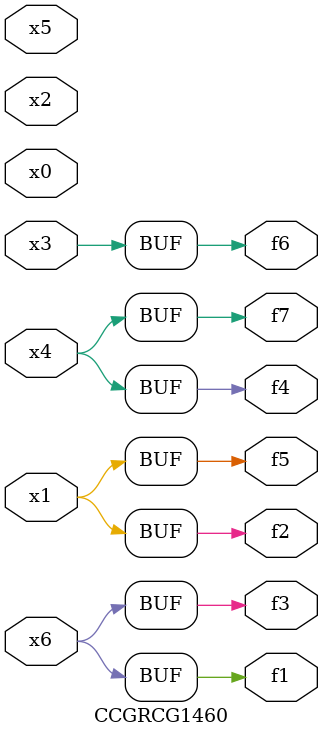
<source format=v>
module CCGRCG1460(
	input x0, x1, x2, x3, x4, x5, x6,
	output f1, f2, f3, f4, f5, f6, f7
);
	assign f1 = x6;
	assign f2 = x1;
	assign f3 = x6;
	assign f4 = x4;
	assign f5 = x1;
	assign f6 = x3;
	assign f7 = x4;
endmodule

</source>
